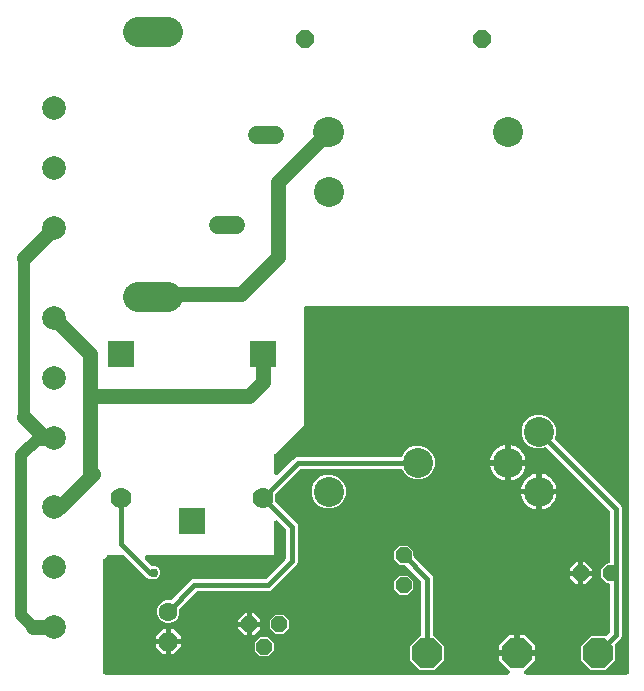
<source format=gbr>
G04 EAGLE Gerber RS-274X export*
G75*
%MOMM*%
%FSLAX34Y34*%
%LPD*%
%INBottom Copper*%
%IPPOS*%
%AMOC8*
5,1,8,0,0,1.08239X$1,22.5*%
G01*
%ADD10P,1.649562X8X202.500000*%
%ADD11C,2.000000*%
%ADD12C,2.540000*%
%ADD13C,1.524000*%
%ADD14C,2.540000*%
%ADD15R,2.184400X2.184400*%
%ADD16C,1.778000*%
%ADD17P,2.749271X8X22.500000*%
%ADD18P,1.732040X8X292.500000*%
%ADD19C,1.600200*%
%ADD20P,1.429621X8X202.500000*%
%ADD21P,1.429621X8X112.500000*%
%ADD22C,0.756400*%
%ADD23C,0.406400*%
%ADD24C,1.270000*%
%ADD25C,1.016000*%

G36*
X426941Y10162D02*
X426941Y10162D01*
X426950Y10161D01*
X427143Y10182D01*
X427332Y10201D01*
X427341Y10203D01*
X427350Y10204D01*
X427533Y10262D01*
X427717Y10319D01*
X427725Y10323D01*
X427734Y10326D01*
X427901Y10418D01*
X428071Y10511D01*
X428078Y10516D01*
X428086Y10521D01*
X428233Y10645D01*
X428381Y10768D01*
X428386Y10775D01*
X428393Y10781D01*
X428513Y10933D01*
X428633Y11082D01*
X428637Y11090D01*
X428643Y11097D01*
X428730Y11270D01*
X428818Y11439D01*
X428821Y11448D01*
X428825Y11456D01*
X428877Y11642D01*
X428930Y11826D01*
X428931Y11835D01*
X428933Y11844D01*
X428947Y12037D01*
X428963Y12228D01*
X428962Y12236D01*
X428962Y12245D01*
X428938Y12438D01*
X428916Y12627D01*
X428913Y12636D01*
X428912Y12645D01*
X428851Y12828D01*
X428791Y13010D01*
X428787Y13018D01*
X428784Y13026D01*
X428688Y13193D01*
X428593Y13361D01*
X428587Y13368D01*
X428583Y13375D01*
X428368Y13628D01*
X419734Y22262D01*
X419734Y26036D01*
X434467Y26036D01*
X434485Y26037D01*
X434502Y26036D01*
X434685Y26057D01*
X434867Y26076D01*
X434884Y26081D01*
X434902Y26083D01*
X434980Y26108D01*
X435117Y26069D01*
X435135Y26067D01*
X435152Y26063D01*
X435483Y26036D01*
X450216Y26036D01*
X450216Y22262D01*
X441582Y13628D01*
X441576Y13621D01*
X441569Y13616D01*
X441449Y13466D01*
X441327Y13317D01*
X441323Y13309D01*
X441317Y13302D01*
X441229Y13132D01*
X441138Y12961D01*
X441136Y12952D01*
X441132Y12945D01*
X441078Y12760D01*
X441023Y12575D01*
X441023Y12566D01*
X441020Y12558D01*
X441005Y12366D01*
X440987Y12174D01*
X440988Y12165D01*
X440987Y12156D01*
X441009Y11967D01*
X441030Y11774D01*
X441033Y11765D01*
X441034Y11757D01*
X441094Y11575D01*
X441152Y11390D01*
X441156Y11382D01*
X441159Y11374D01*
X441254Y11205D01*
X441347Y11038D01*
X441353Y11031D01*
X441357Y11023D01*
X441483Y10877D01*
X441607Y10731D01*
X441614Y10725D01*
X441620Y10718D01*
X441772Y10601D01*
X441923Y10481D01*
X441931Y10477D01*
X441938Y10472D01*
X442110Y10386D01*
X442282Y10299D01*
X442291Y10296D01*
X442299Y10292D01*
X442485Y10242D01*
X442670Y10191D01*
X442679Y10190D01*
X442688Y10188D01*
X443018Y10161D01*
X527757Y10161D01*
X527774Y10162D01*
X527791Y10161D01*
X527975Y10182D01*
X528158Y10201D01*
X528174Y10206D01*
X528191Y10208D01*
X528366Y10265D01*
X528543Y10319D01*
X528558Y10327D01*
X528574Y10332D01*
X528735Y10423D01*
X528897Y10511D01*
X528910Y10522D01*
X528925Y10530D01*
X529065Y10651D01*
X529206Y10768D01*
X529217Y10782D01*
X529230Y10793D01*
X529343Y10939D01*
X529458Y11082D01*
X529466Y11097D01*
X529477Y11111D01*
X529559Y11276D01*
X529644Y11439D01*
X529648Y11456D01*
X529656Y11471D01*
X529704Y11649D01*
X529755Y11826D01*
X529756Y11844D01*
X529761Y11860D01*
X529788Y12191D01*
X529952Y320039D01*
X529950Y320057D01*
X529952Y320076D01*
X529930Y320257D01*
X529912Y320440D01*
X529907Y320457D01*
X529905Y320475D01*
X529848Y320650D01*
X529794Y320825D01*
X529786Y320841D01*
X529780Y320858D01*
X529690Y321018D01*
X529603Y321179D01*
X529591Y321193D01*
X529582Y321209D01*
X529463Y321347D01*
X529345Y321488D01*
X529331Y321500D01*
X529319Y321514D01*
X529175Y321626D01*
X529032Y321741D01*
X529015Y321749D01*
X529001Y321760D01*
X528837Y321842D01*
X528674Y321926D01*
X528657Y321931D01*
X528640Y321940D01*
X528464Y321987D01*
X528288Y322038D01*
X528269Y322039D01*
X528252Y322044D01*
X527921Y322071D01*
X256540Y322071D01*
X256522Y322069D01*
X256504Y322071D01*
X256322Y322050D01*
X256139Y322031D01*
X256122Y322026D01*
X256105Y322024D01*
X255930Y321967D01*
X255754Y321913D01*
X255739Y321905D01*
X255722Y321899D01*
X255562Y321809D01*
X255400Y321721D01*
X255387Y321710D01*
X255371Y321701D01*
X255232Y321581D01*
X255091Y321464D01*
X255080Y321450D01*
X255067Y321438D01*
X254954Y321293D01*
X254839Y321150D01*
X254831Y321134D01*
X254820Y321120D01*
X254738Y320955D01*
X254653Y320793D01*
X254648Y320776D01*
X254640Y320760D01*
X254593Y320581D01*
X254542Y320406D01*
X254540Y320388D01*
X254536Y320371D01*
X254509Y320040D01*
X254509Y221821D01*
X229704Y197016D01*
X229687Y196996D01*
X229667Y196978D01*
X229559Y196840D01*
X229449Y196705D01*
X229436Y196681D01*
X229420Y196660D01*
X229342Y196503D01*
X229260Y196349D01*
X229252Y196324D01*
X229240Y196300D01*
X229195Y196130D01*
X229145Y195963D01*
X229143Y195937D01*
X229136Y195911D01*
X229109Y195580D01*
X229109Y180998D01*
X229110Y180989D01*
X229109Y180980D01*
X229130Y180786D01*
X229149Y180597D01*
X229151Y180589D01*
X229152Y180580D01*
X229210Y180396D01*
X229267Y180212D01*
X229271Y180204D01*
X229274Y180196D01*
X229368Y180026D01*
X229459Y179858D01*
X229464Y179851D01*
X229469Y179844D01*
X229593Y179697D01*
X229716Y179549D01*
X229723Y179543D01*
X229729Y179537D01*
X229881Y179417D01*
X230030Y179297D01*
X230038Y179293D01*
X230045Y179287D01*
X230218Y179199D01*
X230387Y179111D01*
X230396Y179109D01*
X230404Y179105D01*
X230590Y179053D01*
X230774Y179000D01*
X230783Y178999D01*
X230792Y178997D01*
X230985Y178983D01*
X231176Y178967D01*
X231184Y178968D01*
X231193Y178967D01*
X231386Y178992D01*
X231575Y179014D01*
X231584Y179017D01*
X231593Y179018D01*
X231776Y179079D01*
X231958Y179139D01*
X231966Y179143D01*
X231974Y179146D01*
X232141Y179242D01*
X232309Y179337D01*
X232316Y179342D01*
X232323Y179347D01*
X232576Y179562D01*
X245172Y192157D01*
X246887Y193872D01*
X248754Y194646D01*
X336506Y194646D01*
X336528Y194648D01*
X336550Y194646D01*
X336727Y194668D01*
X336906Y194686D01*
X336928Y194692D01*
X336950Y194695D01*
X337119Y194751D01*
X337291Y194804D01*
X337311Y194814D01*
X337332Y194821D01*
X337487Y194910D01*
X337645Y194996D01*
X337662Y195010D01*
X337682Y195021D01*
X337817Y195139D01*
X337954Y195253D01*
X337968Y195271D01*
X337985Y195285D01*
X338094Y195427D01*
X338207Y195567D01*
X338217Y195587D01*
X338231Y195605D01*
X338382Y195900D01*
X339096Y197623D01*
X343097Y201624D01*
X347113Y203287D01*
X347113Y203288D01*
X348325Y203790D01*
X353985Y203790D01*
X359213Y201624D01*
X363214Y197623D01*
X365380Y192395D01*
X365380Y186735D01*
X363214Y181507D01*
X359213Y177506D01*
X353985Y175340D01*
X348325Y175340D01*
X343097Y177506D01*
X339096Y181507D01*
X338382Y183230D01*
X338372Y183250D01*
X338365Y183271D01*
X338277Y183427D01*
X338192Y183585D01*
X338178Y183602D01*
X338167Y183622D01*
X338050Y183757D01*
X337936Y183896D01*
X337918Y183910D01*
X337904Y183927D01*
X337762Y184036D01*
X337623Y184149D01*
X337603Y184160D01*
X337586Y184173D01*
X337425Y184253D01*
X337266Y184336D01*
X337245Y184343D01*
X337225Y184353D01*
X337051Y184399D01*
X336880Y184449D01*
X336858Y184451D01*
X336836Y184457D01*
X336506Y184484D01*
X252711Y184484D01*
X252684Y184482D01*
X252658Y184484D01*
X252484Y184462D01*
X252310Y184444D01*
X252285Y184437D01*
X252258Y184433D01*
X252092Y184378D01*
X251925Y184326D01*
X251902Y184313D01*
X251876Y184305D01*
X251725Y184218D01*
X251571Y184134D01*
X251551Y184117D01*
X251528Y184104D01*
X251275Y183889D01*
X231030Y163644D01*
X231013Y163624D01*
X230992Y163606D01*
X230885Y163468D01*
X230775Y163333D01*
X230762Y163309D01*
X230746Y163288D01*
X230668Y163131D01*
X230586Y162977D01*
X230578Y162952D01*
X230566Y162928D01*
X230521Y162758D01*
X230471Y162591D01*
X230469Y162565D01*
X230462Y162539D01*
X230435Y162208D01*
X230435Y157432D01*
X230437Y157405D01*
X230435Y157379D01*
X230457Y157205D01*
X230475Y157031D01*
X230482Y157006D01*
X230486Y156979D01*
X230542Y156813D01*
X230593Y156646D01*
X230606Y156623D01*
X230614Y156597D01*
X230701Y156446D01*
X230785Y156292D01*
X230802Y156272D01*
X230815Y156249D01*
X231030Y155996D01*
X248782Y138243D01*
X249556Y136376D01*
X249556Y105034D01*
X248782Y103167D01*
X227033Y81418D01*
X226257Y81096D01*
X225166Y80644D01*
X164871Y80644D01*
X164844Y80642D01*
X164818Y80644D01*
X164644Y80622D01*
X164470Y80604D01*
X164445Y80597D01*
X164418Y80593D01*
X164252Y80538D01*
X164085Y80486D01*
X164062Y80473D01*
X164036Y80465D01*
X163885Y80378D01*
X163731Y80294D01*
X163711Y80277D01*
X163688Y80264D01*
X163435Y80049D01*
X149821Y66435D01*
X149817Y66431D01*
X149814Y66428D01*
X149800Y66412D01*
X149783Y66397D01*
X149676Y66259D01*
X149566Y66124D01*
X149553Y66100D01*
X149537Y66079D01*
X149459Y65922D01*
X149377Y65768D01*
X149369Y65743D01*
X149357Y65719D01*
X149312Y65549D01*
X149262Y65382D01*
X149260Y65356D01*
X149253Y65330D01*
X149226Y64999D01*
X149226Y61605D01*
X147776Y58104D01*
X145096Y55424D01*
X143323Y54690D01*
X141595Y53974D01*
X137805Y53974D01*
X134304Y55424D01*
X131624Y58104D01*
X130174Y61605D01*
X130174Y65395D01*
X131624Y68896D01*
X134304Y71576D01*
X137805Y73026D01*
X141199Y73026D01*
X141226Y73028D01*
X141252Y73026D01*
X141426Y73048D01*
X141600Y73066D01*
X141625Y73073D01*
X141652Y73077D01*
X141818Y73132D01*
X141985Y73184D01*
X142008Y73197D01*
X142034Y73205D01*
X142185Y73292D01*
X142339Y73376D01*
X142359Y73393D01*
X142382Y73406D01*
X142635Y73621D01*
X159047Y90032D01*
X160914Y90806D01*
X221209Y90806D01*
X221236Y90808D01*
X221262Y90806D01*
X221436Y90828D01*
X221610Y90846D01*
X221635Y90853D01*
X221662Y90857D01*
X221828Y90912D01*
X221995Y90964D01*
X222018Y90977D01*
X222044Y90985D01*
X222195Y91072D01*
X222349Y91156D01*
X222369Y91173D01*
X222392Y91186D01*
X222645Y91401D01*
X238799Y107555D01*
X238816Y107575D01*
X238837Y107593D01*
X238944Y107731D01*
X239054Y107866D01*
X239067Y107890D01*
X239083Y107911D01*
X239161Y108068D01*
X239243Y108222D01*
X239251Y108247D01*
X239263Y108271D01*
X239308Y108441D01*
X239358Y108608D01*
X239360Y108634D01*
X239367Y108660D01*
X239394Y108991D01*
X239394Y132419D01*
X239392Y132446D01*
X239394Y132472D01*
X239372Y132646D01*
X239354Y132820D01*
X239347Y132845D01*
X239343Y132872D01*
X239288Y133037D01*
X239236Y133205D01*
X239223Y133228D01*
X239215Y133254D01*
X239128Y133405D01*
X239044Y133559D01*
X239027Y133579D01*
X239014Y133602D01*
X238799Y133855D01*
X232576Y140078D01*
X232569Y140084D01*
X232564Y140091D01*
X232414Y140211D01*
X232265Y140334D01*
X232257Y140338D01*
X232250Y140343D01*
X232080Y140432D01*
X231909Y140522D01*
X231901Y140525D01*
X231893Y140529D01*
X231708Y140582D01*
X231523Y140637D01*
X231514Y140638D01*
X231506Y140640D01*
X231314Y140656D01*
X231122Y140673D01*
X231113Y140672D01*
X231104Y140673D01*
X230915Y140651D01*
X230722Y140630D01*
X230713Y140627D01*
X230705Y140626D01*
X230523Y140567D01*
X230338Y140508D01*
X230330Y140504D01*
X230322Y140501D01*
X230153Y140406D01*
X229986Y140314D01*
X229979Y140308D01*
X229971Y140303D01*
X229825Y140177D01*
X229679Y140053D01*
X229673Y140046D01*
X229667Y140040D01*
X229549Y139889D01*
X229429Y139737D01*
X229425Y139729D01*
X229420Y139722D01*
X229334Y139550D01*
X229247Y139378D01*
X229244Y139370D01*
X229240Y139362D01*
X229190Y139175D01*
X229139Y138990D01*
X229138Y138981D01*
X229136Y138973D01*
X229109Y138642D01*
X229109Y111251D01*
X121818Y111251D01*
X121809Y111250D01*
X121800Y111251D01*
X121607Y111230D01*
X121417Y111211D01*
X121409Y111209D01*
X121400Y111208D01*
X121215Y111149D01*
X121032Y111093D01*
X121024Y111089D01*
X121016Y111086D01*
X120848Y110993D01*
X120678Y110901D01*
X120671Y110896D01*
X120664Y110891D01*
X120517Y110767D01*
X120369Y110644D01*
X120363Y110637D01*
X120357Y110631D01*
X120237Y110479D01*
X120117Y110330D01*
X120113Y110322D01*
X120107Y110315D01*
X120019Y110142D01*
X119931Y109973D01*
X119929Y109964D01*
X119925Y109956D01*
X119873Y109770D01*
X119820Y109586D01*
X119819Y109577D01*
X119817Y109568D01*
X119803Y109375D01*
X119787Y109184D01*
X119788Y109176D01*
X119787Y109167D01*
X119812Y108974D01*
X119834Y108785D01*
X119837Y108776D01*
X119838Y108767D01*
X119899Y108586D01*
X119959Y108402D01*
X119963Y108394D01*
X119966Y108386D01*
X120062Y108218D01*
X120157Y108051D01*
X120162Y108044D01*
X120167Y108037D01*
X120382Y107784D01*
X125744Y102422D01*
X125764Y102405D01*
X125782Y102384D01*
X125920Y102277D01*
X126055Y102167D01*
X126079Y102154D01*
X126100Y102138D01*
X126256Y102060D01*
X126411Y101978D01*
X126436Y101970D01*
X126460Y101958D01*
X126630Y101913D01*
X126797Y101863D01*
X126823Y101861D01*
X126849Y101854D01*
X127180Y101827D01*
X128691Y101827D01*
X130641Y101019D01*
X132134Y99526D01*
X132942Y97576D01*
X132942Y95464D01*
X132134Y93514D01*
X130641Y92021D01*
X128691Y91213D01*
X126579Y91213D01*
X126407Y91285D01*
X126377Y91294D01*
X126349Y91308D01*
X126184Y91352D01*
X126022Y91401D01*
X125991Y91404D01*
X125960Y91412D01*
X125630Y91439D01*
X123449Y91439D01*
X121582Y92213D01*
X119867Y93928D01*
X103138Y110656D01*
X103118Y110673D01*
X103100Y110694D01*
X102962Y110801D01*
X102827Y110911D01*
X102803Y110924D01*
X102782Y110940D01*
X102625Y111018D01*
X102471Y111100D01*
X102446Y111108D01*
X102422Y111120D01*
X102252Y111165D01*
X102085Y111215D01*
X102059Y111217D01*
X102033Y111224D01*
X101702Y111251D01*
X88900Y111251D01*
X88873Y111249D01*
X88847Y111251D01*
X88673Y111229D01*
X88499Y111211D01*
X88474Y111204D01*
X88447Y111200D01*
X88282Y111145D01*
X88114Y111093D01*
X88091Y111080D01*
X88066Y111072D01*
X87914Y110985D01*
X87760Y110901D01*
X87740Y110884D01*
X87717Y110871D01*
X87464Y110656D01*
X84924Y108116D01*
X84907Y108096D01*
X84887Y108078D01*
X84779Y107940D01*
X84669Y107805D01*
X84656Y107781D01*
X84640Y107760D01*
X84562Y107603D01*
X84480Y107449D01*
X84472Y107424D01*
X84460Y107400D01*
X84415Y107230D01*
X84365Y107063D01*
X84363Y107037D01*
X84356Y107011D01*
X84329Y106680D01*
X84329Y12192D01*
X84331Y12174D01*
X84329Y12156D01*
X84350Y11974D01*
X84369Y11791D01*
X84374Y11774D01*
X84376Y11757D01*
X84433Y11582D01*
X84487Y11406D01*
X84495Y11391D01*
X84501Y11374D01*
X84591Y11214D01*
X84679Y11052D01*
X84690Y11039D01*
X84699Y11023D01*
X84819Y10884D01*
X84936Y10743D01*
X84950Y10732D01*
X84962Y10718D01*
X85107Y10606D01*
X85250Y10491D01*
X85266Y10483D01*
X85280Y10472D01*
X85445Y10390D01*
X85607Y10305D01*
X85624Y10300D01*
X85640Y10292D01*
X85819Y10245D01*
X85994Y10194D01*
X86012Y10192D01*
X86029Y10188D01*
X86360Y10161D01*
X426932Y10161D01*
X426941Y10162D01*
G37*
%LPC*%
G36*
X497663Y14350D02*
X497663Y14350D01*
X489330Y22683D01*
X489330Y34467D01*
X497663Y42800D01*
X509753Y42800D01*
X509780Y42802D01*
X509806Y42800D01*
X509981Y42822D01*
X510154Y42840D01*
X510179Y42847D01*
X510206Y42851D01*
X510372Y42907D01*
X510539Y42958D01*
X510562Y42971D01*
X510588Y42979D01*
X510739Y43066D01*
X510893Y43150D01*
X510913Y43167D01*
X510936Y43180D01*
X511189Y43395D01*
X513119Y45325D01*
X513136Y45345D01*
X513157Y45363D01*
X513263Y45501D01*
X513374Y45636D01*
X513387Y45660D01*
X513403Y45681D01*
X513481Y45837D01*
X513563Y45992D01*
X513571Y46017D01*
X513583Y46041D01*
X513628Y46210D01*
X513678Y46378D01*
X513680Y46404D01*
X513687Y46430D01*
X513714Y46761D01*
X513714Y85725D01*
X513712Y85743D01*
X513714Y85761D01*
X513693Y85943D01*
X513674Y86126D01*
X513669Y86143D01*
X513667Y86160D01*
X513610Y86335D01*
X513556Y86511D01*
X513548Y86526D01*
X513542Y86543D01*
X513452Y86703D01*
X513364Y86865D01*
X513353Y86878D01*
X513344Y86894D01*
X513224Y87033D01*
X513107Y87174D01*
X513093Y87185D01*
X513081Y87199D01*
X512936Y87311D01*
X512793Y87426D01*
X512777Y87434D01*
X512763Y87445D01*
X512598Y87527D01*
X512436Y87612D01*
X512419Y87617D01*
X512403Y87625D01*
X512224Y87672D01*
X512049Y87723D01*
X512031Y87725D01*
X512014Y87729D01*
X511683Y87756D01*
X510983Y87756D01*
X506221Y92518D01*
X506221Y99252D01*
X510983Y104014D01*
X511683Y104014D01*
X511701Y104016D01*
X511719Y104014D01*
X511901Y104035D01*
X512084Y104054D01*
X512101Y104059D01*
X512118Y104061D01*
X512293Y104118D01*
X512469Y104172D01*
X512484Y104180D01*
X512501Y104186D01*
X512661Y104276D01*
X512823Y104364D01*
X512836Y104375D01*
X512852Y104384D01*
X512991Y104504D01*
X513132Y104621D01*
X513143Y104635D01*
X513157Y104647D01*
X513269Y104792D01*
X513384Y104935D01*
X513392Y104951D01*
X513403Y104965D01*
X513485Y105130D01*
X513570Y105292D01*
X513575Y105309D01*
X513583Y105325D01*
X513630Y105504D01*
X513681Y105679D01*
X513683Y105697D01*
X513687Y105714D01*
X513714Y106045D01*
X513714Y147549D01*
X513712Y147576D01*
X513714Y147602D01*
X513692Y147776D01*
X513674Y147950D01*
X513667Y147975D01*
X513663Y148002D01*
X513608Y148168D01*
X513556Y148335D01*
X513543Y148358D01*
X513535Y148384D01*
X513448Y148535D01*
X513364Y148689D01*
X513347Y148709D01*
X513334Y148732D01*
X513119Y148985D01*
X460156Y201949D01*
X460139Y201963D01*
X460124Y201980D01*
X459983Y202090D01*
X459845Y202204D01*
X459825Y202214D01*
X459807Y202228D01*
X459647Y202309D01*
X459489Y202392D01*
X459468Y202399D01*
X459448Y202409D01*
X459275Y202456D01*
X459103Y202507D01*
X459081Y202509D01*
X459059Y202515D01*
X458880Y202527D01*
X458702Y202544D01*
X458680Y202541D01*
X458658Y202543D01*
X458480Y202519D01*
X458302Y202500D01*
X458281Y202493D01*
X458258Y202490D01*
X457943Y202389D01*
X456220Y201675D01*
X450560Y201675D01*
X445332Y203841D01*
X441331Y207842D01*
X439165Y213070D01*
X439165Y218730D01*
X441331Y223958D01*
X445332Y227959D01*
X450560Y230125D01*
X456220Y230125D01*
X461448Y227959D01*
X465449Y223958D01*
X467615Y218730D01*
X467615Y213070D01*
X466901Y211347D01*
X466895Y211326D01*
X466884Y211306D01*
X466836Y211133D01*
X466785Y210962D01*
X466782Y210940D01*
X466776Y210918D01*
X466763Y210739D01*
X466746Y210561D01*
X466749Y210539D01*
X466747Y210517D01*
X466770Y210338D01*
X466788Y210161D01*
X466795Y210140D01*
X466798Y210117D01*
X466855Y209947D01*
X466908Y209776D01*
X466919Y209757D01*
X466926Y209736D01*
X467015Y209580D01*
X467101Y209423D01*
X467115Y209406D01*
X467127Y209387D01*
X467341Y209134D01*
X521387Y155088D01*
X523102Y153373D01*
X523876Y151506D01*
X523876Y42804D01*
X523102Y40937D01*
X521387Y39222D01*
X518375Y36209D01*
X518358Y36189D01*
X518337Y36171D01*
X518230Y36033D01*
X518120Y35898D01*
X518107Y35874D01*
X518091Y35853D01*
X518013Y35697D01*
X517931Y35542D01*
X517923Y35517D01*
X517911Y35493D01*
X517866Y35324D01*
X517816Y35156D01*
X517814Y35130D01*
X517807Y35104D01*
X517780Y34773D01*
X517780Y22683D01*
X509447Y14350D01*
X497663Y14350D01*
G37*
%LPD*%
%LPC*%
G36*
X352883Y14350D02*
X352883Y14350D01*
X344550Y22683D01*
X344550Y34467D01*
X353099Y43016D01*
X353116Y43037D01*
X353137Y43054D01*
X353244Y43192D01*
X353354Y43328D01*
X353367Y43351D01*
X353383Y43372D01*
X353461Y43529D01*
X353543Y43683D01*
X353551Y43709D01*
X353563Y43733D01*
X353608Y43902D01*
X353658Y44069D01*
X353660Y44096D01*
X353667Y44122D01*
X353694Y44452D01*
X353694Y88494D01*
X353692Y88521D01*
X353694Y88547D01*
X353672Y88721D01*
X353654Y88895D01*
X353647Y88920D01*
X353643Y88947D01*
X353588Y89113D01*
X353536Y89280D01*
X353523Y89303D01*
X353515Y89329D01*
X353428Y89480D01*
X353344Y89634D01*
X353327Y89654D01*
X353314Y89677D01*
X353099Y89930D01*
X340628Y102401D01*
X340608Y102418D01*
X340590Y102439D01*
X340452Y102546D01*
X340317Y102656D01*
X340293Y102669D01*
X340272Y102685D01*
X340116Y102763D01*
X339961Y102845D01*
X339936Y102853D01*
X339912Y102865D01*
X339742Y102910D01*
X339575Y102960D01*
X339549Y102962D01*
X339523Y102969D01*
X339192Y102996D01*
X335723Y102996D01*
X330961Y107758D01*
X330961Y114492D01*
X335723Y119254D01*
X342457Y119254D01*
X347219Y114492D01*
X347219Y111023D01*
X347221Y110996D01*
X347219Y110970D01*
X347241Y110796D01*
X347259Y110622D01*
X347266Y110597D01*
X347270Y110570D01*
X347325Y110404D01*
X347377Y110237D01*
X347390Y110214D01*
X347398Y110188D01*
X347485Y110037D01*
X347569Y109883D01*
X347586Y109863D01*
X347599Y109840D01*
X347814Y109587D01*
X361367Y96033D01*
X363082Y94318D01*
X363856Y92451D01*
X363856Y44452D01*
X363858Y44426D01*
X363856Y44399D01*
X363878Y44225D01*
X363896Y44052D01*
X363903Y44026D01*
X363907Y44000D01*
X363962Y43834D01*
X364014Y43667D01*
X364027Y43643D01*
X364035Y43618D01*
X364122Y43466D01*
X364206Y43313D01*
X364223Y43292D01*
X364236Y43269D01*
X364451Y43016D01*
X373000Y34467D01*
X373000Y22683D01*
X364667Y14350D01*
X352883Y14350D01*
G37*
%LPD*%
%LPC*%
G36*
X272760Y150875D02*
X272760Y150875D01*
X267532Y153041D01*
X263531Y157042D01*
X261365Y162270D01*
X261365Y167930D01*
X263531Y173158D01*
X267532Y177159D01*
X271765Y178912D01*
X271765Y178913D01*
X272760Y179325D01*
X278420Y179325D01*
X283648Y177159D01*
X287649Y173158D01*
X289815Y167930D01*
X289815Y162270D01*
X287649Y157042D01*
X283648Y153041D01*
X278420Y150875D01*
X272760Y150875D01*
G37*
%LPD*%
%LPC*%
G36*
X335723Y77596D02*
X335723Y77596D01*
X330961Y82358D01*
X330961Y89092D01*
X335723Y93854D01*
X342457Y93854D01*
X347219Y89092D01*
X347219Y82358D01*
X342457Y77596D01*
X335723Y77596D01*
G37*
%LPD*%
%LPC*%
G36*
X230313Y44576D02*
X230313Y44576D01*
X225551Y49338D01*
X225551Y56072D01*
X230313Y60834D01*
X237047Y60834D01*
X241809Y56072D01*
X241809Y49338D01*
X237047Y44576D01*
X230313Y44576D01*
G37*
%LPD*%
%LPC*%
G36*
X217613Y25526D02*
X217613Y25526D01*
X212851Y30288D01*
X212851Y37022D01*
X217613Y41784D01*
X224347Y41784D01*
X229109Y37022D01*
X229109Y30288D01*
X224347Y25526D01*
X217613Y25526D01*
G37*
%LPD*%
%LPC*%
G36*
X437514Y31114D02*
X437514Y31114D01*
X437514Y43816D01*
X441288Y43816D01*
X450216Y34888D01*
X450216Y31114D01*
X437514Y31114D01*
G37*
%LPD*%
%LPC*%
G36*
X419734Y31114D02*
X419734Y31114D01*
X419734Y34888D01*
X428662Y43816D01*
X432436Y43816D01*
X432436Y31114D01*
X419734Y31114D01*
G37*
%LPD*%
%LPC*%
G36*
X429654Y192064D02*
X429654Y192064D01*
X429654Y204608D01*
X430135Y204545D01*
X432065Y204028D01*
X433910Y203263D01*
X435640Y202264D01*
X437226Y201048D01*
X438638Y199636D01*
X439854Y198050D01*
X440853Y196320D01*
X441618Y194475D01*
X442135Y192545D01*
X442198Y192064D01*
X429654Y192064D01*
G37*
%LPD*%
%LPC*%
G36*
X455889Y167599D02*
X455889Y167599D01*
X455889Y180143D01*
X456370Y180080D01*
X458300Y179563D01*
X460145Y178798D01*
X461875Y177799D01*
X463461Y176583D01*
X464873Y175171D01*
X466089Y173585D01*
X467088Y171855D01*
X467853Y170010D01*
X468370Y168080D01*
X468433Y167599D01*
X455889Y167599D01*
G37*
%LPD*%
%LPC*%
G36*
X412112Y192064D02*
X412112Y192064D01*
X412175Y192545D01*
X412692Y194475D01*
X413457Y196320D01*
X414456Y198050D01*
X415672Y199636D01*
X417084Y201048D01*
X418670Y202264D01*
X420400Y203263D01*
X422245Y204028D01*
X424175Y204545D01*
X424656Y204608D01*
X424656Y192064D01*
X412112Y192064D01*
G37*
%LPD*%
%LPC*%
G36*
X429654Y187066D02*
X429654Y187066D01*
X442198Y187066D01*
X442135Y186585D01*
X441618Y184655D01*
X440853Y182810D01*
X439854Y181080D01*
X438638Y179494D01*
X437226Y178082D01*
X435640Y176866D01*
X433910Y175867D01*
X432065Y175102D01*
X430135Y174585D01*
X429654Y174522D01*
X429654Y187066D01*
G37*
%LPD*%
%LPC*%
G36*
X438347Y167599D02*
X438347Y167599D01*
X438410Y168080D01*
X438927Y170010D01*
X439692Y171855D01*
X440691Y173585D01*
X441907Y175171D01*
X443319Y176583D01*
X444905Y177799D01*
X446635Y178798D01*
X448480Y179563D01*
X450410Y180080D01*
X450891Y180143D01*
X450891Y167599D01*
X438347Y167599D01*
G37*
%LPD*%
%LPC*%
G36*
X455889Y162601D02*
X455889Y162601D01*
X468433Y162601D01*
X468370Y162120D01*
X467853Y160190D01*
X467088Y158345D01*
X466089Y156615D01*
X464873Y155029D01*
X463461Y153617D01*
X461875Y152401D01*
X460145Y151402D01*
X458300Y150637D01*
X456370Y150120D01*
X455889Y150057D01*
X455889Y162601D01*
G37*
%LPD*%
%LPC*%
G36*
X424175Y174585D02*
X424175Y174585D01*
X422245Y175102D01*
X420400Y175867D01*
X418670Y176866D01*
X417084Y178082D01*
X415672Y179494D01*
X414456Y181080D01*
X413457Y182810D01*
X412692Y184655D01*
X412175Y186585D01*
X412112Y187066D01*
X424656Y187066D01*
X424656Y174522D01*
X424175Y174585D01*
G37*
%LPD*%
%LPC*%
G36*
X450410Y150120D02*
X450410Y150120D01*
X448480Y150637D01*
X446635Y151402D01*
X444905Y152401D01*
X443319Y153617D01*
X441907Y155029D01*
X440691Y156615D01*
X439692Y158345D01*
X438927Y160190D01*
X438410Y162120D01*
X438347Y162601D01*
X450891Y162601D01*
X450891Y150057D01*
X450410Y150120D01*
G37*
%LPD*%
%LPC*%
G36*
X141731Y40131D02*
X141731Y40131D01*
X141731Y48642D01*
X144067Y48642D01*
X150242Y42467D01*
X150242Y40131D01*
X141731Y40131D01*
G37*
%LPD*%
%LPC*%
G36*
X129158Y40131D02*
X129158Y40131D01*
X129158Y42467D01*
X135333Y48642D01*
X137669Y48642D01*
X137669Y40131D01*
X129158Y40131D01*
G37*
%LPD*%
%LPC*%
G36*
X141731Y27558D02*
X141731Y27558D01*
X141731Y36069D01*
X150242Y36069D01*
X150242Y33733D01*
X144067Y27558D01*
X141731Y27558D01*
G37*
%LPD*%
%LPC*%
G36*
X135333Y27558D02*
X135333Y27558D01*
X129158Y33733D01*
X129158Y36069D01*
X137669Y36069D01*
X137669Y27558D01*
X135333Y27558D01*
G37*
%LPD*%
%LPC*%
G36*
X490981Y97916D02*
X490981Y97916D01*
X490981Y105030D01*
X492738Y105030D01*
X498095Y99673D01*
X498095Y97916D01*
X490981Y97916D01*
G37*
%LPD*%
%LPC*%
G36*
X210311Y54736D02*
X210311Y54736D01*
X210311Y61850D01*
X212068Y61850D01*
X217425Y56493D01*
X217425Y54736D01*
X210311Y54736D01*
G37*
%LPD*%
%LPC*%
G36*
X479805Y97916D02*
X479805Y97916D01*
X479805Y99673D01*
X485162Y105030D01*
X486919Y105030D01*
X486919Y97916D01*
X479805Y97916D01*
G37*
%LPD*%
%LPC*%
G36*
X199135Y54736D02*
X199135Y54736D01*
X199135Y56493D01*
X204492Y61850D01*
X206249Y61850D01*
X206249Y54736D01*
X199135Y54736D01*
G37*
%LPD*%
%LPC*%
G36*
X490981Y86740D02*
X490981Y86740D01*
X490981Y93854D01*
X498095Y93854D01*
X498095Y92097D01*
X492738Y86740D01*
X490981Y86740D01*
G37*
%LPD*%
%LPC*%
G36*
X210311Y43560D02*
X210311Y43560D01*
X210311Y50674D01*
X217425Y50674D01*
X217425Y48917D01*
X212068Y43560D01*
X210311Y43560D01*
G37*
%LPD*%
%LPC*%
G36*
X485162Y86740D02*
X485162Y86740D01*
X479805Y92097D01*
X479805Y93854D01*
X486919Y93854D01*
X486919Y86740D01*
X485162Y86740D01*
G37*
%LPD*%
%LPC*%
G36*
X204492Y43560D02*
X204492Y43560D01*
X199135Y48917D01*
X199135Y50674D01*
X206249Y50674D01*
X206249Y43560D01*
X204492Y43560D01*
G37*
%LPD*%
D10*
X405130Y548640D03*
X255270Y548640D03*
D11*
X42930Y388409D03*
X42930Y439209D03*
X42930Y490009D03*
X42930Y210609D03*
X42930Y261409D03*
X42930Y312209D03*
X42930Y50589D03*
X42930Y101389D03*
X42930Y152189D03*
D12*
X114300Y554482D02*
X139700Y554482D01*
X139700Y329438D02*
X114300Y329438D01*
D13*
X214630Y467360D02*
X229870Y467360D01*
X196850Y391160D02*
X181610Y391160D01*
D14*
X275590Y469900D03*
X275590Y419100D03*
X275590Y165100D03*
X453390Y165100D03*
X453390Y215900D03*
D15*
X160020Y139820D03*
X220020Y281820D03*
X100020Y281820D03*
D16*
X100020Y159820D03*
X220020Y159820D03*
D17*
X358775Y28575D03*
X503555Y28575D03*
X434975Y28575D03*
D18*
X139700Y38100D03*
D19*
X139700Y63500D03*
D14*
X427155Y469565D03*
X275155Y469565D03*
X427155Y189565D03*
X351155Y189565D03*
D20*
X514350Y95885D03*
X488950Y95885D03*
X208280Y52705D03*
X220980Y33655D03*
X233680Y52705D03*
D21*
X339090Y85725D03*
X339090Y111125D03*
D22*
X127635Y96520D03*
D23*
X100020Y120960D02*
X100020Y159820D01*
X100020Y120960D02*
X124460Y96520D01*
X127635Y96520D01*
X339090Y111125D02*
X358775Y91440D01*
X358775Y28575D01*
D24*
X73660Y281479D02*
X42930Y312209D01*
D23*
X73660Y182880D02*
X76200Y180340D01*
D24*
X48049Y152189D01*
D23*
X42930Y152189D01*
D24*
X73660Y246380D02*
X73660Y281479D01*
X73660Y246380D02*
X73660Y182880D01*
X220020Y258120D02*
X220020Y281820D01*
X208280Y246380D02*
X73660Y246380D01*
X208280Y246380D02*
X220020Y258120D01*
D23*
X161925Y85725D02*
X139700Y63500D01*
X224155Y85725D02*
X244475Y106045D01*
X244475Y135365D01*
X220020Y159820D01*
X224155Y85725D02*
X161925Y85725D01*
X220020Y159820D02*
X249765Y189565D01*
X351155Y189565D01*
X453390Y215900D02*
X518795Y150495D01*
X518795Y43815D02*
X503555Y28575D01*
X518795Y95250D02*
X518795Y150495D01*
X518795Y95250D02*
X518795Y43815D01*
X518160Y95885D02*
X514350Y95885D01*
X518160Y95885D02*
X518795Y95250D01*
D24*
X129667Y332105D02*
X127000Y329438D01*
X129667Y332105D02*
X201295Y332105D01*
X233045Y363855D01*
X233045Y427455D02*
X275155Y469565D01*
X233045Y427455D02*
X233045Y363855D01*
X42930Y50589D02*
X25103Y50589D01*
D25*
X15367Y60325D01*
X15367Y195707D01*
D24*
X30269Y210609D02*
X42930Y210609D01*
D25*
X30269Y210609D02*
X15367Y195707D01*
D24*
X17272Y362751D02*
X42930Y388409D01*
D25*
X17272Y362751D02*
X17272Y228600D01*
D24*
X35263Y210609D01*
D23*
X42930Y210609D01*
M02*

</source>
